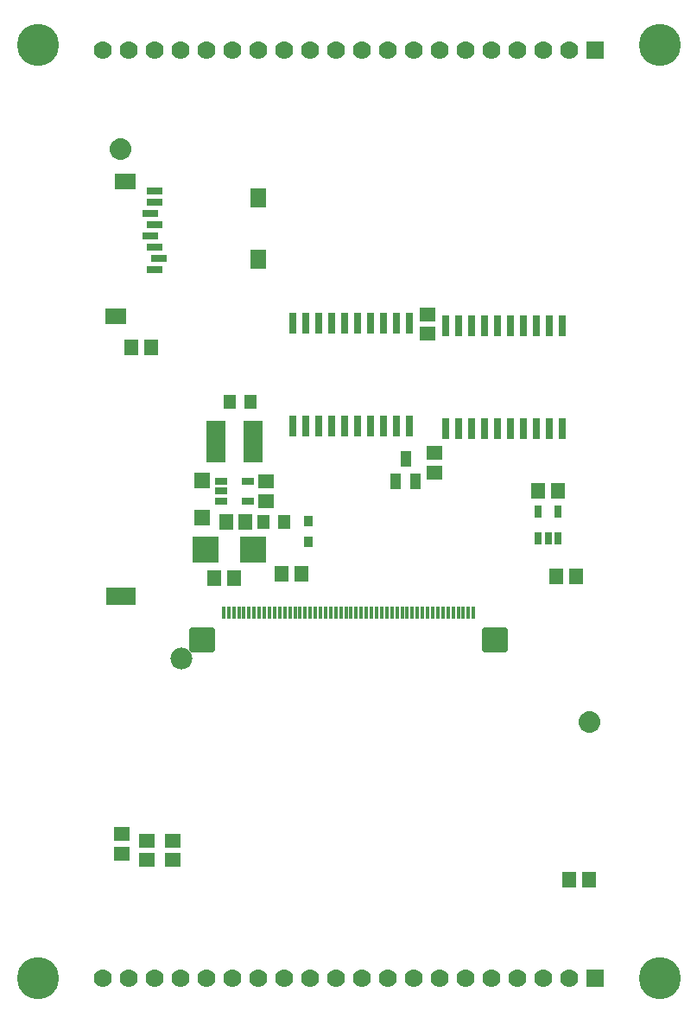
<source format=gbr>
G04 EAGLE Gerber RS-274X export*
G75*
%MOMM*%
%FSLAX34Y34*%
%LPD*%
%INSoldermask Top*%
%IPPOS*%
%AMOC8*
5,1,8,0,0,1.08239X$1,22.5*%
G01*
%ADD10R,0.762000X2.133600*%
%ADD11R,0.651600X1.301600*%
%ADD12R,1.401600X1.601600*%
%ADD13C,4.117600*%
%ADD14R,1.778000X1.778000*%
%ADD15C,1.778000*%
%ADD16R,2.001600X1.501600*%
%ADD17R,1.501600X1.901600*%
%ADD18R,1.601600X0.801600*%
%ADD19R,1.101600X1.501600*%
%ADD20R,1.601600X1.401600*%
%ADD21R,2.921000X1.651000*%
%ADD22R,0.376600X1.301600*%
%ADD23C,0.700447*%
%ADD24R,1.301600X0.651600*%
%ADD25R,1.301600X1.401600*%
%ADD26R,1.901600X4.101600*%
%ADD27R,1.501600X1.501600*%
%ADD28R,2.641600X2.641600*%
%ADD29R,0.901600X1.101600*%

G36*
X236244Y-165570D02*
X236244Y-165570D01*
X236275Y-165572D01*
X238012Y-165420D01*
X238055Y-165408D01*
X238121Y-165401D01*
X239804Y-164950D01*
X239845Y-164931D01*
X239908Y-164912D01*
X241488Y-164175D01*
X241525Y-164149D01*
X241584Y-164120D01*
X243012Y-163120D01*
X243043Y-163088D01*
X243096Y-163049D01*
X244329Y-161816D01*
X244354Y-161780D01*
X244400Y-161732D01*
X245400Y-160304D01*
X245418Y-160263D01*
X245455Y-160208D01*
X246192Y-158628D01*
X246203Y-158585D01*
X246230Y-158524D01*
X246681Y-156841D01*
X246683Y-156809D01*
X246690Y-156788D01*
X246690Y-156773D01*
X246700Y-156732D01*
X246852Y-154995D01*
X246848Y-154951D01*
X246852Y-154885D01*
X246700Y-153148D01*
X246688Y-153105D01*
X246681Y-153039D01*
X246230Y-151356D01*
X246211Y-151315D01*
X246192Y-151252D01*
X245455Y-149672D01*
X245429Y-149635D01*
X245400Y-149576D01*
X244400Y-148148D01*
X244368Y-148117D01*
X244329Y-148064D01*
X243096Y-146831D01*
X243060Y-146806D01*
X243012Y-146760D01*
X241584Y-145760D01*
X241543Y-145742D01*
X241488Y-145705D01*
X239908Y-144968D01*
X239865Y-144957D01*
X239804Y-144930D01*
X238121Y-144479D01*
X238076Y-144476D01*
X238012Y-144460D01*
X236275Y-144308D01*
X236231Y-144312D01*
X236165Y-144308D01*
X234428Y-144460D01*
X234385Y-144472D01*
X234319Y-144479D01*
X232636Y-144930D01*
X232595Y-144949D01*
X232532Y-144968D01*
X230952Y-145705D01*
X230915Y-145731D01*
X230856Y-145760D01*
X229428Y-146760D01*
X229397Y-146792D01*
X229344Y-146831D01*
X228111Y-148064D01*
X228086Y-148100D01*
X228040Y-148148D01*
X227040Y-149576D01*
X227022Y-149617D01*
X226985Y-149672D01*
X226248Y-151252D01*
X226237Y-151295D01*
X226210Y-151356D01*
X225759Y-153039D01*
X225756Y-153084D01*
X225740Y-153148D01*
X225588Y-154885D01*
X225592Y-154929D01*
X225588Y-154995D01*
X225740Y-156732D01*
X225752Y-156775D01*
X225756Y-156809D01*
X225756Y-156825D01*
X225758Y-156830D01*
X225759Y-156841D01*
X226210Y-158524D01*
X226229Y-158565D01*
X226248Y-158628D01*
X226985Y-160208D01*
X227011Y-160245D01*
X227040Y-160304D01*
X228040Y-161732D01*
X228072Y-161763D01*
X228111Y-161816D01*
X229344Y-163049D01*
X229380Y-163074D01*
X229428Y-163120D01*
X230856Y-164120D01*
X230897Y-164138D01*
X230952Y-164175D01*
X232532Y-164912D01*
X232575Y-164923D01*
X232636Y-164950D01*
X234319Y-165401D01*
X234364Y-165404D01*
X234428Y-165420D01*
X236165Y-165572D01*
X236189Y-165570D01*
X236220Y-165574D01*
X236244Y-165570D01*
G37*
G36*
X-162038Y-103190D02*
X-162038Y-103190D01*
X-161995Y-103178D01*
X-161929Y-103171D01*
X-160246Y-102720D01*
X-160205Y-102701D01*
X-160142Y-102682D01*
X-158562Y-101945D01*
X-158525Y-101919D01*
X-158466Y-101890D01*
X-157038Y-100890D01*
X-157007Y-100858D01*
X-156954Y-100819D01*
X-155721Y-99586D01*
X-155696Y-99550D01*
X-155650Y-99502D01*
X-154650Y-98074D01*
X-154632Y-98033D01*
X-154595Y-97978D01*
X-153858Y-96398D01*
X-153847Y-96355D01*
X-153820Y-96294D01*
X-153369Y-94611D01*
X-153367Y-94579D01*
X-153360Y-94558D01*
X-153360Y-94543D01*
X-153350Y-94502D01*
X-153198Y-92765D01*
X-153202Y-92721D01*
X-153198Y-92655D01*
X-153350Y-90918D01*
X-153362Y-90875D01*
X-153369Y-90809D01*
X-153820Y-89126D01*
X-153839Y-89085D01*
X-153858Y-89022D01*
X-154595Y-87442D01*
X-154621Y-87405D01*
X-154650Y-87346D01*
X-155650Y-85918D01*
X-155682Y-85887D01*
X-155721Y-85834D01*
X-156954Y-84601D01*
X-156990Y-84576D01*
X-157038Y-84530D01*
X-158466Y-83530D01*
X-158507Y-83512D01*
X-158562Y-83475D01*
X-160142Y-82738D01*
X-160185Y-82727D01*
X-160246Y-82700D01*
X-161929Y-82249D01*
X-161974Y-82246D01*
X-162038Y-82230D01*
X-163775Y-82078D01*
X-163819Y-82082D01*
X-163885Y-82078D01*
X-165622Y-82230D01*
X-165665Y-82242D01*
X-165731Y-82249D01*
X-167414Y-82700D01*
X-167455Y-82719D01*
X-167518Y-82738D01*
X-169098Y-83475D01*
X-169135Y-83501D01*
X-169194Y-83530D01*
X-170622Y-84530D01*
X-170653Y-84562D01*
X-170706Y-84601D01*
X-171939Y-85834D01*
X-171964Y-85870D01*
X-172010Y-85918D01*
X-173010Y-87346D01*
X-173028Y-87387D01*
X-173065Y-87442D01*
X-173802Y-89022D01*
X-173813Y-89065D01*
X-173840Y-89126D01*
X-174291Y-90809D01*
X-174294Y-90854D01*
X-174310Y-90918D01*
X-174462Y-92655D01*
X-174458Y-92699D01*
X-174462Y-92765D01*
X-174310Y-94502D01*
X-174298Y-94545D01*
X-174294Y-94579D01*
X-174294Y-94595D01*
X-174292Y-94600D01*
X-174291Y-94611D01*
X-173840Y-96294D01*
X-173821Y-96335D01*
X-173802Y-96398D01*
X-173065Y-97978D01*
X-173039Y-98015D01*
X-173010Y-98074D01*
X-172010Y-99502D01*
X-171978Y-99533D01*
X-171939Y-99586D01*
X-170706Y-100819D01*
X-170670Y-100844D01*
X-170622Y-100890D01*
X-169194Y-101890D01*
X-169153Y-101908D01*
X-169098Y-101945D01*
X-167518Y-102682D01*
X-167475Y-102693D01*
X-167414Y-102720D01*
X-165731Y-103171D01*
X-165686Y-103174D01*
X-165622Y-103190D01*
X-163885Y-103342D01*
X-163841Y-103338D01*
X-163775Y-103342D01*
X-162038Y-103190D01*
G37*
G36*
X-221728Y395920D02*
X-221728Y395920D01*
X-221685Y395932D01*
X-221619Y395939D01*
X-219936Y396390D01*
X-219895Y396409D01*
X-219832Y396428D01*
X-218252Y397165D01*
X-218215Y397191D01*
X-218156Y397220D01*
X-216728Y398220D01*
X-216697Y398252D01*
X-216644Y398291D01*
X-215411Y399524D01*
X-215386Y399560D01*
X-215340Y399608D01*
X-214340Y401036D01*
X-214322Y401077D01*
X-214285Y401132D01*
X-213548Y402712D01*
X-213537Y402755D01*
X-213510Y402816D01*
X-213059Y404499D01*
X-213057Y404531D01*
X-213050Y404552D01*
X-213050Y404567D01*
X-213040Y404608D01*
X-212888Y406345D01*
X-212892Y406389D01*
X-212888Y406455D01*
X-213040Y408192D01*
X-213052Y408235D01*
X-213059Y408301D01*
X-213510Y409984D01*
X-213529Y410025D01*
X-213548Y410088D01*
X-214285Y411668D01*
X-214311Y411705D01*
X-214340Y411764D01*
X-215340Y413192D01*
X-215372Y413223D01*
X-215411Y413276D01*
X-216644Y414509D01*
X-216680Y414534D01*
X-216728Y414580D01*
X-218156Y415580D01*
X-218197Y415598D01*
X-218252Y415635D01*
X-219832Y416372D01*
X-219875Y416383D01*
X-219936Y416410D01*
X-221619Y416861D01*
X-221664Y416864D01*
X-221728Y416880D01*
X-223465Y417032D01*
X-223509Y417028D01*
X-223575Y417032D01*
X-225312Y416880D01*
X-225355Y416868D01*
X-225421Y416861D01*
X-227104Y416410D01*
X-227145Y416391D01*
X-227208Y416372D01*
X-228788Y415635D01*
X-228825Y415609D01*
X-228884Y415580D01*
X-230312Y414580D01*
X-230343Y414548D01*
X-230396Y414509D01*
X-231629Y413276D01*
X-231654Y413240D01*
X-231700Y413192D01*
X-232700Y411764D01*
X-232718Y411723D01*
X-232755Y411668D01*
X-233492Y410088D01*
X-233503Y410045D01*
X-233530Y409984D01*
X-233981Y408301D01*
X-233984Y408256D01*
X-234000Y408192D01*
X-234152Y406455D01*
X-234148Y406411D01*
X-234152Y406345D01*
X-234000Y404608D01*
X-233988Y404565D01*
X-233984Y404531D01*
X-233984Y404515D01*
X-233982Y404510D01*
X-233981Y404499D01*
X-233530Y402816D01*
X-233511Y402775D01*
X-233492Y402712D01*
X-232755Y401132D01*
X-232729Y401095D01*
X-232700Y401036D01*
X-231700Y399608D01*
X-231668Y399577D01*
X-231629Y399524D01*
X-230396Y398291D01*
X-230360Y398266D01*
X-230312Y398220D01*
X-228884Y397220D01*
X-228843Y397202D01*
X-228788Y397165D01*
X-227208Y396428D01*
X-227165Y396417D01*
X-227104Y396390D01*
X-225421Y395939D01*
X-225376Y395936D01*
X-225312Y395920D01*
X-223575Y395768D01*
X-223531Y395772D01*
X-223465Y395768D01*
X-221728Y395920D01*
G37*
D10*
X59690Y235712D03*
X46990Y235712D03*
X34290Y235712D03*
X21590Y235712D03*
X8890Y235712D03*
X-3810Y235712D03*
X-16510Y235712D03*
X-29210Y235712D03*
X-29210Y135128D03*
X-16510Y135128D03*
X-3810Y135128D03*
X8890Y135128D03*
X21590Y135128D03*
X34290Y135128D03*
X46990Y135128D03*
X59690Y135128D03*
X-41910Y235712D03*
X-54610Y235712D03*
X-41910Y135128D03*
X-54610Y135128D03*
X209550Y233172D03*
X196850Y233172D03*
X184150Y233172D03*
X171450Y233172D03*
X158750Y233172D03*
X146050Y233172D03*
X133350Y233172D03*
X120650Y233172D03*
X120650Y132588D03*
X133350Y132588D03*
X146050Y132588D03*
X158750Y132588D03*
X171450Y132588D03*
X184150Y132588D03*
X196850Y132588D03*
X209550Y132588D03*
X107950Y233172D03*
X95250Y233172D03*
X107950Y132588D03*
X95250Y132588D03*
D11*
X186080Y25100D03*
X195580Y25100D03*
X205080Y25100D03*
X205080Y51100D03*
X186080Y51100D03*
D12*
X186080Y71120D03*
X205080Y71120D03*
X-46380Y-10160D03*
X-65380Y-10160D03*
X-212700Y212090D03*
X-193700Y212090D03*
X222860Y-12700D03*
X203860Y-12700D03*
D13*
X-304800Y-406400D03*
X304800Y-406400D03*
X-304800Y508000D03*
X304800Y508000D03*
D14*
X241300Y-406400D03*
D15*
X215900Y-406400D03*
X190500Y-406400D03*
X165100Y-406400D03*
X139700Y-406400D03*
X114300Y-406400D03*
X88900Y-406400D03*
X63500Y-406400D03*
X38100Y-406400D03*
X12700Y-406400D03*
X-12700Y-406400D03*
X-38100Y-406400D03*
X-63500Y-406400D03*
X-88900Y-406400D03*
X-114300Y-406400D03*
X-139700Y-406400D03*
X-165100Y-406400D03*
X-190500Y-406400D03*
X-215900Y-406400D03*
X-241300Y-406400D03*
D16*
X-219220Y374460D03*
X-228220Y242460D03*
D17*
X-88220Y358460D03*
X-88220Y298460D03*
D18*
X-190220Y365460D03*
X-190220Y354460D03*
X-194220Y343460D03*
X-190220Y332460D03*
X-194220Y321460D03*
X-190220Y310460D03*
X-186220Y299460D03*
X-190220Y288460D03*
D14*
X241300Y502920D03*
D15*
X215900Y502920D03*
X190500Y502920D03*
X165100Y502920D03*
X139700Y502920D03*
X114300Y502920D03*
X88900Y502920D03*
X63500Y502920D03*
X38100Y502920D03*
X12700Y502920D03*
X-12700Y502920D03*
X-38100Y502920D03*
X-63500Y502920D03*
X-88900Y502920D03*
X-114300Y502920D03*
X-139700Y502920D03*
X-165100Y502920D03*
X-190500Y502920D03*
X-215900Y502920D03*
X-241300Y502920D03*
D12*
X216560Y-309880D03*
X235560Y-309880D03*
D19*
X55880Y102440D03*
X65380Y80440D03*
X46380Y80440D03*
D20*
X83820Y89560D03*
X83820Y108560D03*
D21*
X-223520Y-31750D03*
D20*
X-222250Y-283820D03*
X-222250Y-264820D03*
X-198120Y-290170D03*
X-198120Y-271170D03*
X-172720Y-271170D03*
X-172720Y-290170D03*
X77470Y244450D03*
X77470Y225450D03*
D22*
X-122500Y-47600D03*
X-117500Y-47600D03*
X-112500Y-47600D03*
X-107500Y-47600D03*
X-102500Y-47600D03*
X-97500Y-47600D03*
X-92500Y-47600D03*
X-87500Y-47600D03*
X-82500Y-47600D03*
X-77500Y-47600D03*
X-72500Y-47600D03*
X-67500Y-47600D03*
X-62500Y-47600D03*
X-57500Y-47600D03*
X-52500Y-47600D03*
X-47500Y-47600D03*
X-42500Y-47600D03*
X-37500Y-47600D03*
X-32500Y-47600D03*
X-27500Y-47600D03*
X-22500Y-47600D03*
X-17500Y-47600D03*
X-12500Y-47600D03*
X-7500Y-47600D03*
X-2500Y-47600D03*
X2500Y-47600D03*
X7500Y-47600D03*
X12500Y-47600D03*
X17500Y-47600D03*
X22500Y-47600D03*
X27500Y-47600D03*
X32500Y-47600D03*
X37500Y-47600D03*
X42500Y-47600D03*
X47500Y-47600D03*
X52500Y-47600D03*
X57500Y-47600D03*
X62500Y-47600D03*
X67500Y-47600D03*
X72500Y-47600D03*
X77500Y-47600D03*
X82500Y-47600D03*
X87500Y-47600D03*
X92500Y-47600D03*
X97500Y-47600D03*
X102500Y-47600D03*
X107500Y-47600D03*
X112500Y-47600D03*
X117500Y-47600D03*
X122500Y-47600D03*
D23*
X-134494Y-83606D02*
X-152506Y-83606D01*
X-152506Y-65594D01*
X-134494Y-65594D01*
X-134494Y-83606D01*
X-134494Y-76952D02*
X-152506Y-76952D01*
X-152506Y-70298D02*
X-134494Y-70298D01*
X134494Y-83606D02*
X152506Y-83606D01*
X134494Y-83606D02*
X134494Y-65594D01*
X152506Y-65594D01*
X152506Y-83606D01*
X152506Y-76952D02*
X134494Y-76952D01*
X134494Y-70298D02*
X152506Y-70298D01*
D24*
X-124761Y80620D03*
X-124761Y71120D03*
X-124761Y61620D03*
X-98759Y61620D03*
X-98759Y80620D03*
D25*
X-96520Y158750D03*
X-116840Y158750D03*
D26*
X-93760Y119380D03*
X-129760Y119380D03*
D27*
X-143510Y45000D03*
X-143510Y82000D03*
D25*
X-63500Y40640D03*
X-83820Y40640D03*
D12*
X-100990Y40640D03*
X-119990Y40640D03*
D20*
X-81280Y61620D03*
X-81280Y80620D03*
D28*
X-140335Y13970D03*
X-93345Y13970D03*
D12*
X-131420Y-13970D03*
X-112420Y-13970D03*
D29*
X-39370Y41750D03*
X-39370Y21750D03*
M02*

</source>
